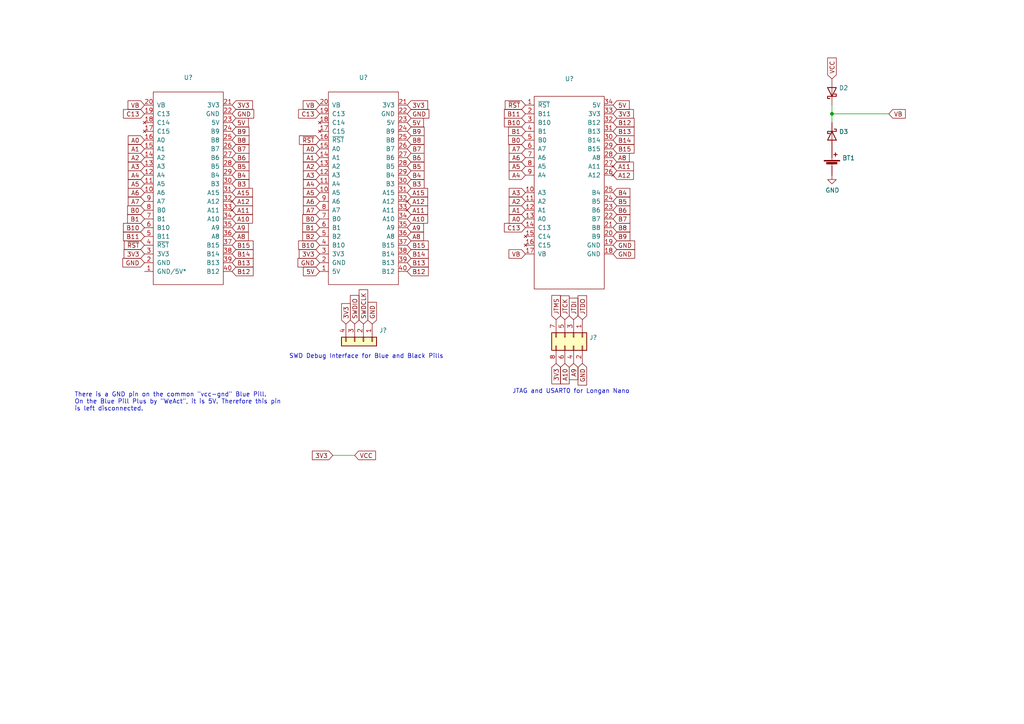
<source format=kicad_sch>
(kicad_sch (version 20211123) (generator eeschema)
  (paper "A4")
  (lib_symbols
    (symbol "Connector_Generic:Conn_01x04" (pin_names (offset 1.016) hide)
      (property "Reference" "J" (at 0 5.08 0))
      (property "Value" "Conn_01x04" (at 0 -7.62 0))
      (symbol "Conn_01x04_1_1"
        (rectangle (start -1.27 -4.953) (end 0 -5.207) (stroke (width 0.1524)))
        (rectangle (start -1.27 -2.413) (end 0 -2.667) (stroke (width 0.1524)))
        (rectangle (start -1.27 0.127) (end 0 -0.127) (stroke (width 0.1524)))
        (rectangle (start -1.27 2.667) (end 0 2.413) (stroke (width 0.1524)))
        (rectangle (start -1.27 3.81) (end 1.27 -6.35) (stroke (width 0.254)) (fill (type background)))
        (pin passive line (at -5.08 2.54 0) (length 3.81) (name "Pin_1") (number "1"))
        (pin passive line (at -5.08 0 0) (length 3.81) (name "Pin_2") (number "2"))
        (pin passive line (at -5.08 -2.54 0) (length 3.81) (name "Pin_3") (number "3"))
        (pin passive line (at -5.08 -5.08 0) (length 3.81) (name "Pin_4") (number "4"))
      )
    )
    (symbol "Connector_Generic:Conn_02x04_Odd_Even" (pin_names (offset 1.016) hide)
      (property "Reference" "J" (at 1.27 5.08 0))
      (property "Value" "Conn_02x04_Odd_Even" (at 1.27 -7.62 0))
      (symbol "Conn_02x04_Odd_Even_1_1"
        (rectangle (start -1.27 -4.953) (end 0 -5.207) (stroke (width 0.1524)))
        (rectangle (start -1.27 -2.413) (end 0 -2.667) (stroke (width 0.1524)))
        (rectangle (start -1.27 0.127) (end 0 -0.127) (stroke (width 0.1524)))
        (rectangle (start -1.27 2.667) (end 0 2.413) (stroke (width 0.1524)))
        (rectangle (start -1.27 3.81) (end 3.81 -6.35) (stroke (width 0.254)) (fill (type background)))
        (rectangle (start 3.81 -4.953) (end 2.54 -5.207) (stroke (width 0.1524)))
        (rectangle (start 3.81 -2.413) (end 2.54 -2.667) (stroke (width 0.1524)))
        (rectangle (start 3.81 0.127) (end 2.54 -0.127) (stroke (width 0.1524)))
        (rectangle (start 3.81 2.667) (end 2.54 2.413) (stroke (width 0.1524)))
        (pin passive line (at -5.08 2.54 0) (length 3.81) (name "Pin_1") (number "1"))
        (pin passive line (at 7.62 2.54 180) (length 3.81) (name "Pin_2") (number "2"))
        (pin passive line (at -5.08 0 0) (length 3.81) (name "Pin_3") (number "3"))
        (pin passive line (at 7.62 0 180) (length 3.81) (name "Pin_4") (number "4"))
        (pin passive line (at -5.08 -2.54 0) (length 3.81) (name "Pin_5") (number "5"))
        (pin passive line (at 7.62 -2.54 180) (length 3.81) (name "Pin_6") (number "6"))
        (pin passive line (at -5.08 -5.08 0) (length 3.81) (name "Pin_7") (number "7"))
        (pin passive line (at 7.62 -5.08 180) (length 3.81) (name "Pin_8") (number "8"))
      )
    )
    (symbol "Device:Battery_Cell" (pin_numbers hide) (pin_names (offset 0) hide)
      (property "Reference" "BT" (at 2.54 2.54 0))
      (property "Value" "Battery_Cell" (at 2.54 0 0))
      (symbol "Battery_Cell_0_1"
        (rectangle (start -2.286 1.778) (end 2.286 1.524) (fill (type outline)))
        (rectangle (start -1.5748 1.1938) (end 1.4732 0.6858) (fill (type outline)))
        (polyline (pts (xy 0 0.762) (xy 0 0)))
        (polyline (pts (xy 0 1.778) (xy 0 2.54)))
        (polyline (pts (xy 0.508 3.429) (xy 1.524 3.429)) (stroke (width 0.254)))
        (polyline (pts (xy 1.016 3.937) (xy 1.016 2.921)) (stroke (width 0.254)))
      )
      (symbol "Battery_Cell_1_1"
        (pin passive line (at 0 5.08 270) (length 2.54) (name "+") (number "1"))
        (pin passive line (at 0 -2.54 90) (length 2.54) (name "-") (number "2"))
      )
    )
    (symbol "Device:D_Schottky" (pin_numbers hide) (pin_names (offset 1.016) hide)
      (property "Reference" "D" (at 0 2.54 0))
      (property "Value" "D_Schottky" (at 0 -2.54 0))
      (symbol "D_Schottky_0_1"
        (polyline (pts (xy 1.27 0) (xy -1.27 0)))
        (polyline (pts (xy 1.27 1.27) (xy 1.27 -1.27) (xy -1.27 0) (xy 1.27 1.27)) (stroke (width 0.254)))
        (polyline (pts (xy -1.905 0.635) (xy -1.905 1.27) (xy -1.27 1.27) (xy -1.27 -1.27) (xy -0.635 -1.27) (xy -0.635 -0.635)) (stroke (width 0.254)))
      )
      (symbol "D_Schottky_1_1"
        (pin passive line (at -3.81 0 0) (length 2.54) (name "K") (number "1"))
        (pin passive line (at 3.81 0 180) (length 2.54) (name "A") (number "2"))
      )
    )
    (symbol "pmod_pills_baseboard-rescue:BlackPill-AvS_Boards" (pin_names (offset 1.016))
      (property "Reference" "U" (at 0 2.54 90))
      (property "Value" "BlackPill-AvS_Boards" (at 0 2.54 90))
      (symbol "BlackPill-AvS_Boards_0_1"
        (rectangle (start -11.43 -27.94) (end 8.89 27.94))
      )
      (symbol "BlackPill-AvS_Boards_1_1"
        (pin power_out line (at -13.97 -24.13 0) (length 2.54) (name "5V") (number "1"))
        (pin bidirectional line (at -13.97 -1.27 0) (length 2.54) (name "A5") (number "10"))
        (pin bidirectional line (at -13.97 1.27 0) (length 2.54) (name "A4") (number "11"))
        (pin bidirectional line (at -13.97 3.81 0) (length 2.54) (name "A3") (number "12"))
        (pin bidirectional line (at -13.97 6.35 0) (length 2.54) (name "A2") (number "13"))
        (pin bidirectional line (at -13.97 8.89 0) (length 2.54) (name "A1") (number "14"))
        (pin bidirectional line (at -13.97 11.43 0) (length 2.54) (name "A0") (number "15"))
        (pin input line (at -13.97 13.97 0) (length 2.54) (name "~{RST}") (number "16"))
        (pin no_connect line (at -13.97 16.51 0) (length 2.54) (name "C15") (number "17"))
        (pin no_connect line (at -13.97 19.05 0) (length 2.54) (name "C14") (number "18"))
        (pin bidirectional line (at -13.97 21.59 0) (length 2.54) (name "C13") (number "19"))
        (pin power_out line (at -13.97 -21.59 0) (length 2.54) (name "GND") (number "2"))
        (pin power_in line (at -13.97 24.13 0) (length 2.54) (name "VB") (number "20"))
        (pin power_out line (at 11.43 24.13 180) (length 2.54) (name "3V3") (number "21"))
        (pin power_out line (at 11.43 21.59 180) (length 2.54) (name "GND") (number "22"))
        (pin power_out line (at 11.43 19.05 180) (length 2.54) (name "5V") (number "23"))
        (pin bidirectional line (at 11.43 16.51 180) (length 2.54) (name "B9") (number "24"))
        (pin bidirectional line (at 11.43 13.97 180) (length 2.54) (name "B8") (number "25"))
        (pin bidirectional line (at 11.43 11.43 180) (length 2.54) (name "B7") (number "26"))
        (pin bidirectional line (at 11.43 8.89 180) (length 2.54) (name "B6") (number "27"))
        (pin bidirectional line (at 11.43 6.35 180) (length 2.54) (name "B5") (number "28"))
        (pin bidirectional line (at 11.43 3.81 180) (length 2.54) (name "B4") (number "29"))
        (pin power_out line (at -13.97 -19.05 0) (length 2.54) (name "3V3") (number "3"))
        (pin bidirectional line (at 11.43 1.27 180) (length 2.54) (name "B3") (number "30"))
        (pin bidirectional line (at 11.43 -1.27 180) (length 2.54) (name "A15") (number "31"))
        (pin no_connect line (at 11.43 -3.81 180) (length 2.54) (name "A12") (number "32"))
        (pin no_connect line (at 11.43 -6.35 180) (length 2.54) (name "A11") (number "33"))
        (pin bidirectional line (at 11.43 -8.89 180) (length 2.54) (name "A10") (number "34"))
        (pin bidirectional line (at 11.43 -11.43 180) (length 2.54) (name "A9") (number "35"))
        (pin bidirectional line (at 11.43 -13.97 180) (length 2.54) (name "A8") (number "36"))
        (pin bidirectional line (at 11.43 -16.51 180) (length 2.54) (name "B15") (number "37"))
        (pin bidirectional line (at 11.43 -19.05 180) (length 2.54) (name "B14") (number "38"))
        (pin bidirectional line (at 11.43 -21.59 180) (length 2.54) (name "B13") (number "39"))
        (pin bidirectional line (at -13.97 -16.51 0) (length 2.54) (name "B10") (number "4"))
        (pin bidirectional line (at 11.43 -24.13 180) (length 2.54) (name "B12") (number "40"))
        (pin bidirectional line (at -13.97 -13.97 0) (length 2.54) (name "B2") (number "5"))
        (pin bidirectional line (at -13.97 -11.43 0) (length 2.54) (name "B1") (number "6"))
        (pin bidirectional line (at -13.97 -8.89 0) (length 2.54) (name "B0") (number "7"))
        (pin bidirectional line (at -13.97 -6.35 0) (length 2.54) (name "A7") (number "8"))
        (pin bidirectional line (at -13.97 -3.81 0) (length 2.54) (name "A6") (number "9"))
      )
    )
    (symbol "pmod_pills_baseboard-rescue:BluePill-AvS_Boards" (pin_names (offset 1.016))
      (property "Reference" "U" (at 0 2.54 90))
      (property "Value" "BluePill-AvS_Boards" (at 0 2.54 90))
      (symbol "BluePill-AvS_Boards_0_1"
        (rectangle (start -11.43 -27.94) (end 8.89 27.94))
      )
      (symbol "BluePill-AvS_Boards_1_1"
        (pin power_out line (at -13.97 -24.13 0) (length 2.54) (name "GND/5V*") (number "1"))
        (pin bidirectional line (at -13.97 -1.27 0) (length 2.54) (name "A6") (number "10"))
        (pin bidirectional line (at -13.97 1.27 0) (length 2.54) (name "A5") (number "11"))
        (pin bidirectional line (at -13.97 3.81 0) (length 2.54) (name "A4") (number "12"))
        (pin bidirectional line (at -13.97 6.35 0) (length 2.54) (name "A3") (number "13"))
        (pin bidirectional line (at -13.97 8.89 0) (length 2.54) (name "A2") (number "14"))
        (pin bidirectional line (at -13.97 11.43 0) (length 2.54) (name "A1") (number "15"))
        (pin bidirectional line (at -13.97 13.97 0) (length 2.54) (name "A0") (number "16"))
        (pin no_connect line (at -13.97 16.51 0) (length 2.54) (name "C15") (number "17"))
        (pin no_connect line (at -13.97 19.05 0) (length 2.54) (name "C14") (number "18"))
        (pin bidirectional line (at -13.97 21.59 0) (length 2.54) (name "C13") (number "19"))
        (pin power_out line (at -13.97 -21.59 0) (length 2.54) (name "GND") (number "2"))
        (pin power_in line (at -13.97 24.13 0) (length 2.54) (name "VB") (number "20"))
        (pin power_out line (at 11.43 24.13 180) (length 2.54) (name "3V3") (number "21"))
        (pin power_out line (at 11.43 21.59 180) (length 2.54) (name "GND") (number "22"))
        (pin power_out line (at 11.43 19.05 180) (length 2.54) (name "5V") (number "23"))
        (pin bidirectional line (at 11.43 16.51 180) (length 2.54) (name "B9") (number "24"))
        (pin bidirectional line (at 11.43 13.97 180) (length 2.54) (name "B8") (number "25"))
        (pin bidirectional line (at 11.43 11.43 180) (length 2.54) (name "B7") (number "26"))
        (pin bidirectional line (at 11.43 8.89 180) (length 2.54) (name "B6") (number "27"))
        (pin bidirectional line (at 11.43 6.35 180) (length 2.54) (name "B5") (number "28"))
        (pin bidirectional line (at 11.43 3.81 180) (length 2.54) (name "B4") (number "29"))
        (pin power_out line (at -13.97 -19.05 0) (length 2.54) (name "3V3") (number "3"))
        (pin bidirectional line (at 11.43 1.27 180) (length 2.54) (name "B3") (number "30"))
        (pin bidirectional line (at 11.43 -1.27 180) (length 2.54) (name "A15") (number "31"))
        (pin no_connect line (at 11.43 -3.81 180) (length 2.54) (name "A12") (number "32"))
        (pin no_connect line (at 11.43 -6.35 180) (length 2.54) (name "A11") (number "33"))
        (pin bidirectional line (at 11.43 -8.89 180) (length 2.54) (name "A10") (number "34"))
        (pin bidirectional line (at 11.43 -11.43 180) (length 2.54) (name "A9") (number "35"))
        (pin bidirectional line (at 11.43 -13.97 180) (length 2.54) (name "A8") (number "36"))
        (pin bidirectional line (at 11.43 -16.51 180) (length 2.54) (name "B15") (number "37"))
        (pin bidirectional line (at 11.43 -19.05 180) (length 2.54) (name "B14") (number "38"))
        (pin bidirectional line (at 11.43 -21.59 180) (length 2.54) (name "B13") (number "39"))
        (pin input line (at -13.97 -16.51 0) (length 2.54) (name "~{RST}") (number "4"))
        (pin bidirectional line (at 11.43 -24.13 180) (length 2.54) (name "B12") (number "40"))
        (pin bidirectional line (at -13.97 -13.97 0) (length 2.54) (name "B11") (number "5"))
        (pin bidirectional line (at -13.97 -11.43 0) (length 2.54) (name "B10") (number "6"))
        (pin bidirectional line (at -13.97 -8.89 0) (length 2.54) (name "B1") (number "7"))
        (pin bidirectional line (at -13.97 -6.35 0) (length 2.54) (name "B0") (number "8"))
        (pin bidirectional line (at -13.97 -3.81 0) (length 2.54) (name "A7") (number "9"))
      )
    )
    (symbol "pmod_pills_baseboard-rescue:LonganNano-AvS_Boards" (pin_names (offset 1.016))
      (property "Reference" "U" (at 0 2.54 90))
      (property "Value" "LonganNano-AvS_Boards" (at 0 2.54 90))
      (symbol "LonganNano-AvS_Boards_0_1"
        (rectangle (start -11.43 -27.94) (end 8.89 27.94))
      )
      (symbol "LonganNano-AvS_Boards_1_1"
        (pin input line (at -13.97 25.4 0) (length 2.54) (name "~{RST}") (number "1"))
        (pin bidirectional line (at -13.97 0 0) (length 2.54) (name "A3") (number "10"))
        (pin bidirectional line (at -13.97 -2.54 0) (length 2.54) (name "A2") (number "11"))
        (pin bidirectional line (at -13.97 -5.08 0) (length 2.54) (name "A1") (number "12"))
        (pin bidirectional line (at -13.97 -7.62 0) (length 2.54) (name "A0") (number "13"))
        (pin bidirectional line (at -13.97 -10.16 0) (length 2.54) (name "C13") (number "14"))
        (pin no_connect line (at -13.97 -12.7 0) (length 2.54) (name "C14") (number "15"))
        (pin no_connect line (at -13.97 -15.24 0) (length 2.54) (name "C15") (number "16"))
        (pin power_in line (at -13.97 -17.78 0) (length 2.54) (name "VB") (number "17"))
        (pin power_out line (at 11.43 -17.78 180) (length 2.54) (name "GND") (number "18"))
        (pin power_out line (at 11.43 -15.24 180) (length 2.54) (name "GND") (number "19"))
        (pin bidirectional line (at -13.97 22.86 0) (length 2.54) (name "B11") (number "2"))
        (pin bidirectional line (at 11.43 -12.7 180) (length 2.54) (name "B9") (number "20"))
        (pin bidirectional line (at 11.43 -10.16 180) (length 2.54) (name "B8") (number "21"))
        (pin bidirectional line (at 11.43 -7.62 180) (length 2.54) (name "B7") (number "22"))
        (pin bidirectional line (at 11.43 -5.08 180) (length 2.54) (name "B6") (number "23"))
        (pin bidirectional line (at 11.43 -2.54 180) (length 2.54) (name "B5") (number "24"))
        (pin bidirectional line (at 11.43 0 180) (length 2.54) (name "B4") (number "25"))
        (pin no_connect line (at 11.43 5.08 180) (length 2.54) (name "A12") (number "26"))
        (pin no_connect line (at 11.43 7.62 180) (length 2.54) (name "A11") (number "27"))
        (pin bidirectional line (at 11.43 10.16 180) (length 2.54) (name "A8") (number "28"))
        (pin bidirectional line (at 11.43 12.7 180) (length 2.54) (name "B15") (number "29"))
        (pin bidirectional line (at -13.97 20.32 0) (length 2.54) (name "B10") (number "3"))
        (pin bidirectional line (at 11.43 15.24 180) (length 2.54) (name "B14") (number "30"))
        (pin bidirectional line (at 11.43 17.78 180) (length 2.54) (name "B13") (number "31"))
        (pin bidirectional line (at 11.43 20.32 180) (length 2.54) (name "B12") (number "32"))
        (pin bidirectional line (at 11.43 22.86 180) (length 2.54) (name "3V3") (number "33"))
        (pin bidirectional line (at 11.43 25.4 180) (length 2.54) (name "5V") (number "34"))
        (pin bidirectional line (at -13.97 17.78 0) (length 2.54) (name "B1") (number "4"))
        (pin bidirectional line (at -13.97 15.24 0) (length 2.54) (name "B0") (number "5"))
        (pin bidirectional line (at -13.97 12.7 0) (length 2.54) (name "A7") (number "6"))
        (pin bidirectional line (at -13.97 10.16 0) (length 2.54) (name "A6") (number "7"))
        (pin bidirectional line (at -13.97 7.62 0) (length 2.54) (name "A5") (number "8"))
        (pin bidirectional line (at -13.97 5.08 0) (length 2.54) (name "A4") (number "9"))
      )
    )
    (symbol "power:GND" (power) (pin_names (offset 0))
      (property "Value" "GND" (at 0 -3.81 0))
      (symbol "GND_0_1"
        (polyline (pts (xy 0 0) (xy 0 -1.27) (xy 1.27 -1.27) (xy 0 -2.54) (xy -1.27 -1.27) (xy 0 -1.27)))
      )
      (symbol "GND_1_1"
        (pin power_in line (at 0 0 270) (length 0) hide (name "GND") (number "1"))
      )
    )
  )
  (junction (at 241.3 33.02))
  (wire (pts (xy 241.3 33.02) (xy 257.81 33.02)))
  (wire (pts (xy 241.3 35.56) (xy 241.3 33.02)))
  (wire (pts (xy 102.87 132.08) (xy 96.52 132.08)))
  (wire (pts (xy 241.3 33.02) (xy 241.3 30.48)))
  (text "SWD Debug Interface for Blue and Black Pills" (at 83.82 104.14 0) (effects (font (size 1.27 1.27)) (justify left bottom)))
  (text "There is a GND pin on the common \"vcc-gnd\" Blue Pill.\nOn the Blue Pill Plus by \"WeAct\", it is 5V. Therefore this pin\nis left disconnected." (at 21.59 119.38 0) (effects (font (size 1.27 1.27)) (justify left bottom)))
  (text "JTAG and USART0 for Longan Nano" (at 148.59 114.3 0) (effects (font (size 1.27 1.27)) (justify left bottom)))
  (global_label "VCC" (shape input) (at 241.3 22.86 90) (property "Intersheet-verwijzingen" "${INTERSHEET_REFS}" (effects hide)))
  (global_label "B15" (shape input) (at 177.8 43.18 0) (property "Intersheet-verwijzingen" "${INTERSHEET_REFS}" (effects hide)))
  (global_label "B12" (shape input) (at 67.31 78.74 0) (property "Intersheet-verwijzingen" "${INTERSHEET_REFS}" (effects hide)))
  (global_label "5V" (shape input) (at 118.11 35.56 0) (property "Intersheet-verwijzingen" "${INTERSHEET_REFS}" (effects hide)))
  (global_label "A11" (shape input) (at 177.8 48.26 0) (property "Intersheet-verwijzingen" "${INTERSHEET_REFS}" (effects hide)))
  (global_label "JTDO" (shape input) (at 168.91 92.71 90) (property "Intersheet-verwijzingen" "${INTERSHEET_REFS}" (effects hide)))
  (global_label "A7" (shape input) (at 152.4 43.18 180) (property "Intersheet-verwijzingen" "${INTERSHEET_REFS}" (effects hide)))
  (global_label "A5" (shape input) (at 41.91 53.34 180) (property "Intersheet-verwijzingen" "${INTERSHEET_REFS}" (effects hide)))
  (global_label "A4" (shape input) (at 41.91 50.8 180) (property "Intersheet-verwijzingen" "${INTERSHEET_REFS}" (effects hide)))
  (global_label "A1" (shape input) (at 152.4 60.96 180) (property "Intersheet-verwijzingen" "${INTERSHEET_REFS}" (effects hide)))
  (global_label "A15" (shape input) (at 118.11 55.88 0) (property "Intersheet-verwijzingen" "${INTERSHEET_REFS}" (effects hide)))
  (global_label "B6" (shape input) (at 67.31 45.72 0) (property "Intersheet-verwijzingen" "${INTERSHEET_REFS}" (effects hide)))
  (global_label "B14" (shape input) (at 67.31 73.66 0) (property "Intersheet-verwijzingen" "${INTERSHEET_REFS}" (effects hide)))
  (global_label "A3" (shape input) (at 92.71 50.8 180) (property "Intersheet-verwijzingen" "${INTERSHEET_REFS}" (effects hide)))
  (global_label "A4" (shape input) (at 152.4 50.8 180) (property "Intersheet-verwijzingen" "${INTERSHEET_REFS}" (effects hide)))
  (global_label "GND" (shape input) (at 177.8 71.12 0) (property "Intersheet-verwijzingen" "${INTERSHEET_REFS}" (effects hide)))
  (global_label "VB" (shape input) (at 152.4 73.66 180) (property "Intersheet-verwijzingen" "${INTERSHEET_REFS}" (effects hide)))
  (global_label "B12" (shape input) (at 118.11 78.74 0) (property "Intersheet-verwijzingen" "${INTERSHEET_REFS}" (effects hide)))
  (global_label "B5" (shape input) (at 67.31 48.26 0) (property "Intersheet-verwijzingen" "${INTERSHEET_REFS}" (effects hide)))
  (global_label "A8" (shape input) (at 67.31 68.58 0) (property "Intersheet-verwijzingen" "${INTERSHEET_REFS}" (effects hide)))
  (global_label "B0" (shape input) (at 41.91 60.96 180) (property "Intersheet-verwijzingen" "${INTERSHEET_REFS}" (effects hide)))
  (global_label "A0" (shape input) (at 41.91 40.64 180) (property "Intersheet-verwijzingen" "${INTERSHEET_REFS}" (effects hide)))
  (global_label "3V3" (shape input) (at 92.71 73.66 180) (property "Intersheet-verwijzingen" "${INTERSHEET_REFS}" (effects hide)))
  (global_label "A2" (shape input) (at 41.91 45.72 180) (property "Intersheet-verwijzingen" "${INTERSHEET_REFS}" (effects hide)))
  (global_label "B10" (shape input) (at 41.91 66.04 180) (property "Intersheet-verwijzingen" "${INTERSHEET_REFS}" (effects hide)))
  (global_label "A5" (shape input) (at 152.4 48.26 180) (property "Intersheet-verwijzingen" "${INTERSHEET_REFS}" (effects hide)))
  (global_label "B9" (shape input) (at 118.11 38.1 0) (property "Intersheet-verwijzingen" "${INTERSHEET_REFS}" (effects hide)))
  (global_label "B6" (shape input) (at 118.11 45.72 0) (property "Intersheet-verwijzingen" "${INTERSHEET_REFS}" (effects hide)))
  (global_label "B10" (shape input) (at 92.71 71.12 180) (property "Intersheet-verwijzingen" "${INTERSHEET_REFS}" (effects hide)))
  (global_label "A12" (shape input) (at 177.8 50.8 0) (property "Intersheet-verwijzingen" "${INTERSHEET_REFS}" (effects hide)))
  (global_label "C13" (shape input) (at 152.4 66.04 180) (property "Intersheet-verwijzingen" "${INTERSHEET_REFS}" (effects hide)))
  (global_label "GND" (shape input) (at 41.91 76.2 180) (property "Intersheet-verwijzingen" "${INTERSHEET_REFS}" (effects hide)))
  (global_label "B11" (shape input) (at 41.91 68.58 180) (property "Intersheet-verwijzingen" "${INTERSHEET_REFS}" (effects hide)))
  (global_label "5V" (shape input) (at 67.31 35.56 0) (property "Intersheet-verwijzingen" "${INTERSHEET_REFS}" (effects hide)))
  (global_label "C13" (shape input) (at 92.71 33.02 180) (property "Intersheet-verwijzingen" "${INTERSHEET_REFS}" (effects hide)))
  (global_label "A9" (shape input) (at 118.11 66.04 0) (property "Intersheet-verwijzingen" "${INTERSHEET_REFS}" (effects hide)))
  (global_label "B8" (shape input) (at 67.31 40.64 0) (property "Intersheet-verwijzingen" "${INTERSHEET_REFS}" (effects hide)))
  (global_label "A15" (shape input) (at 67.31 55.88 0) (property "Intersheet-verwijzingen" "${INTERSHEET_REFS}" (effects hide)))
  (global_label "A0" (shape input) (at 152.4 63.5 180) (property "Intersheet-verwijzingen" "${INTERSHEET_REFS}" (effects hide)))
  (global_label "B7" (shape input) (at 118.11 43.18 0) (property "Intersheet-verwijzingen" "${INTERSHEET_REFS}" (effects hide)))
  (global_label "B4" (shape input) (at 118.11 50.8 0) (property "Intersheet-verwijzingen" "${INTERSHEET_REFS}" (effects hide)))
  (global_label "A12" (shape input) (at 67.31 58.42 0) (property "Intersheet-verwijzingen" "${INTERSHEET_REFS}" (effects hide)))
  (global_label "3V3" (shape input) (at 118.11 30.48 0) (property "Intersheet-verwijzingen" "${INTERSHEET_REFS}" (effects hide)))
  (global_label "A10" (shape input) (at 118.11 63.5 0) (property "Intersheet-verwijzingen" "${INTERSHEET_REFS}" (effects hide)))
  (global_label "B4" (shape input) (at 177.8 55.88 0) (property "Intersheet-verwijzingen" "${INTERSHEET_REFS}" (effects hide)))
  (global_label "B9" (shape input) (at 67.31 38.1 0) (property "Intersheet-verwijzingen" "${INTERSHEET_REFS}" (effects hide)))
  (global_label "A10" (shape input) (at 67.31 63.5 0) (property "Intersheet-verwijzingen" "${INTERSHEET_REFS}" (effects hide)))
  (global_label "B13" (shape input) (at 177.8 38.1 0) (property "Intersheet-verwijzingen" "${INTERSHEET_REFS}" (effects hide)))
  (global_label "GND" (shape input) (at 107.95 93.98 90) (property "Intersheet-verwijzingen" "${INTERSHEET_REFS}" (effects hide)))
  (global_label "B2" (shape input) (at 92.71 68.58 180) (property "Intersheet-verwijzingen" "${INTERSHEET_REFS}" (effects hide)))
  (global_label "B7" (shape input) (at 67.31 43.18 0) (property "Intersheet-verwijzingen" "${INTERSHEET_REFS}" (effects hide)))
  (global_label "A1" (shape input) (at 41.91 43.18 180) (property "Intersheet-verwijzingen" "${INTERSHEET_REFS}" (effects hide)))
  (global_label "VCC" (shape input) (at 102.87 132.08 0) (property "Intersheet-verwijzingen" "${INTERSHEET_REFS}" (effects hide)))
  (global_label "B1" (shape input) (at 41.91 63.5 180) (property "Intersheet-verwijzingen" "${INTERSHEET_REFS}" (effects hide)))
  (global_label "~{RST}" (shape input) (at 152.4 30.48 180) (property "Intersheet-verwijzingen" "${INTERSHEET_REFS}" (effects hide)))
  (global_label "VB" (shape input) (at 41.91 30.48 180) (property "Intersheet-verwijzingen" "${INTERSHEET_REFS}" (effects hide)))
  (global_label "B6" (shape input) (at 177.8 60.96 0) (property "Intersheet-verwijzingen" "${INTERSHEET_REFS}" (effects hide)))
  (global_label "A6" (shape input) (at 92.71 58.42 180) (property "Intersheet-verwijzingen" "${INTERSHEET_REFS}" (effects hide)))
  (global_label "A3" (shape input) (at 152.4 55.88 180) (property "Intersheet-verwijzingen" "${INTERSHEET_REFS}" (effects hide)))
  (global_label "B5" (shape input) (at 118.11 48.26 0) (property "Intersheet-verwijzingen" "${INTERSHEET_REFS}" (effects hide)))
  (global_label "A8" (shape input) (at 118.11 68.58 0) (property "Intersheet-verwijzingen" "${INTERSHEET_REFS}" (effects hide)))
  (global_label "3V3" (shape input) (at 177.8 33.02 0) (property "Intersheet-verwijzingen" "${INTERSHEET_REFS}" (effects hide)))
  (global_label "B15" (shape input) (at 118.11 71.12 0) (property "Intersheet-verwijzingen" "${INTERSHEET_REFS}" (effects hide)))
  (global_label "B13" (shape input) (at 67.31 76.2 0) (property "Intersheet-verwijzingen" "${INTERSHEET_REFS}" (effects hide)))
  (global_label "B3" (shape input) (at 67.31 53.34 0) (property "Intersheet-verwijzingen" "${INTERSHEET_REFS}" (effects hide)))
  (global_label "3V3" (shape input) (at 161.29 105.41 270) (property "Intersheet-verwijzingen" "${INTERSHEET_REFS}" (effects hide)))
  (global_label "GND" (shape input) (at 168.91 105.41 270) (property "Intersheet-verwijzingen" "${INTERSHEET_REFS}" (effects hide)))
  (global_label "A7" (shape input) (at 92.71 60.96 180) (property "Intersheet-verwijzingen" "${INTERSHEET_REFS}" (effects hide)))
  (global_label "A2" (shape input) (at 92.71 48.26 180) (property "Intersheet-verwijzingen" "${INTERSHEET_REFS}" (effects hide)))
  (global_label "SWDIO" (shape input) (at 102.87 93.98 90) (property "Intersheet-verwijzingen" "${INTERSHEET_REFS}" (effects hide)))
  (global_label "B9" (shape input) (at 177.8 68.58 0) (property "Intersheet-verwijzingen" "${INTERSHEET_REFS}" (effects hide)))
  (global_label "~{RST}" (shape input) (at 92.71 40.64 180) (property "Intersheet-verwijzingen" "${INTERSHEET_REFS}" (effects hide)))
  (global_label "A5" (shape input) (at 92.71 55.88 180) (property "Intersheet-verwijzingen" "${INTERSHEET_REFS}" (effects hide)))
  (global_label "B14" (shape input) (at 177.8 40.64 0) (property "Intersheet-verwijzingen" "${INTERSHEET_REFS}" (effects hide)))
  (global_label "3V3" (shape input) (at 100.33 93.98 90) (property "Intersheet-verwijzingen" "${INTERSHEET_REFS}" (effects hide)))
  (global_label "B4" (shape input) (at 67.31 50.8 0) (property "Intersheet-verwijzingen" "${INTERSHEET_REFS}" (effects hide)))
  (global_label "GND" (shape input) (at 92.71 76.2 180) (property "Intersheet-verwijzingen" "${INTERSHEET_REFS}" (effects hide)))
  (global_label "A8" (shape input) (at 177.8 45.72 0) (property "Intersheet-verwijzingen" "${INTERSHEET_REFS}" (effects hide)))
  (global_label "B1" (shape input) (at 92.71 66.04 180) (property "Intersheet-verwijzingen" "${INTERSHEET_REFS}" (effects hide)))
  (global_label "B3" (shape input) (at 118.11 53.34 0) (property "Intersheet-verwijzingen" "${INTERSHEET_REFS}" (effects hide)))
  (global_label "B13" (shape input) (at 118.11 76.2 0) (property "Intersheet-verwijzingen" "${INTERSHEET_REFS}" (effects hide)))
  (global_label "VB" (shape input) (at 257.81 33.02 0) (property "Intersheet-verwijzingen" "${INTERSHEET_REFS}" (effects hide)))
  (global_label "JTMS" (shape input) (at 161.29 92.71 90) (property "Intersheet-verwijzingen" "${INTERSHEET_REFS}" (effects hide)))
  (global_label "5V" (shape input) (at 92.71 78.74 180) (property "Intersheet-verwijzingen" "${INTERSHEET_REFS}" (effects hide)))
  (global_label "B0" (shape input) (at 152.4 40.64 180) (property "Intersheet-verwijzingen" "${INTERSHEET_REFS}" (effects hide)))
  (global_label "GND" (shape input) (at 177.8 73.66 0) (property "Intersheet-verwijzingen" "${INTERSHEET_REFS}" (effects hide)))
  (global_label "B10" (shape input) (at 152.4 35.56 180) (property "Intersheet-verwijzingen" "${INTERSHEET_REFS}" (effects hide)))
  (global_label "A10" (shape input) (at 163.83 105.41 270) (property "Intersheet-verwijzingen" "${INTERSHEET_REFS}" (effects hide)))
  (global_label "A1" (shape input) (at 92.71 45.72 180) (property "Intersheet-verwijzingen" "${INTERSHEET_REFS}" (effects hide)))
  (global_label "B11" (shape input) (at 152.4 33.02 180) (property "Intersheet-verwijzingen" "${INTERSHEET_REFS}" (effects hide)))
  (global_label "A12" (shape input) (at 118.11 58.42 0) (property "Intersheet-verwijzingen" "${INTERSHEET_REFS}" (effects hide)))
  (global_label "JTCK" (shape input) (at 163.83 92.71 90) (property "Intersheet-verwijzingen" "${INTERSHEET_REFS}" (effects hide)))
  (global_label "B1" (shape input) (at 152.4 38.1 180) (property "Intersheet-verwijzingen" "${INTERSHEET_REFS}" (effects hide)))
  (global_label "GND" (shape input) (at 118.11 33.02 0) (property "Intersheet-verwijzingen" "${INTERSHEET_REFS}" (effects hide)))
  (global_label "A4" (shape input) (at 92.71 53.34 180) (property "Intersheet-verwijzingen" "${INTERSHEET_REFS}" (effects hide)))
  (global_label "VB" (shape input) (at 92.71 30.48 180) (property "Intersheet-verwijzingen" "${INTERSHEET_REFS}" (effects hide)))
  (global_label "3V3" (shape input) (at 67.31 30.48 0) (property "Intersheet-verwijzingen" "${INTERSHEET_REFS}" (effects hide)))
  (global_label "B8" (shape input) (at 177.8 66.04 0) (property "Intersheet-verwijzingen" "${INTERSHEET_REFS}" (effects hide)))
  (global_label "A9" (shape input) (at 67.31 66.04 0) (property "Intersheet-verwijzingen" "${INTERSHEET_REFS}" (effects hide)))
  (global_label "A6" (shape input) (at 41.91 55.88 180) (property "Intersheet-verwijzingen" "${INTERSHEET_REFS}" (effects hide)))
  (global_label "5V" (shape input) (at 177.8 30.48 0) (property "Intersheet-verwijzingen" "${INTERSHEET_REFS}" (effects hide)))
  (global_label "3V3" (shape input) (at 41.91 73.66 180) (property "Intersheet-verwijzingen" "${INTERSHEET_REFS}" (effects hide)))
  (global_label "A7" (shape input) (at 41.91 58.42 180) (property "Intersheet-verwijzingen" "${INTERSHEET_REFS}" (effects hide)))
  (global_label "SWDCLK" (shape input) (at 105.41 93.98 90) (property "Intersheet-verwijzingen" "${INTERSHEET_REFS}" (effects hide)))
  (global_label "C13" (shape input) (at 41.91 33.02 180) (property "Intersheet-verwijzingen" "${INTERSHEET_REFS}" (effects hide)))
  (global_label "B14" (shape input) (at 118.11 73.66 0) (property "Intersheet-verwijzingen" "${INTERSHEET_REFS}" (effects hide)))
  (global_label "JTDI" (shape input) (at 166.37 92.71 90) (property "Intersheet-verwijzingen" "${INTERSHEET_REFS}" (effects hide)))
  (global_label "~{RST}" (shape input) (at 41.91 71.12 180) (property "Intersheet-verwijzingen" "${INTERSHEET_REFS}" (effects hide)))
  (global_label "A11" (shape input) (at 118.11 60.96 0) (property "Intersheet-verwijzingen" "${INTERSHEET_REFS}" (effects hide)))
  (global_label "A11" (shape input) (at 67.31 60.96 0) (property "Intersheet-verwijzingen" "${INTERSHEET_REFS}" (effects hide)))
  (global_label "A2" (shape input) (at 152.4 58.42 180) (property "Intersheet-verwijzingen" "${INTERSHEET_REFS}" (effects hide)))
  (global_label "B5" (shape input) (at 177.8 58.42 0) (property "Intersheet-verwijzingen" "${INTERSHEET_REFS}" (effects hide)))
  (global_label "B7" (shape input) (at 177.8 63.5 0) (property "Intersheet-verwijzingen" "${INTERSHEET_REFS}" (effects hide)))
  (global_label "A0" (shape input) (at 92.71 43.18 180) (property "Intersheet-verwijzingen" "${INTERSHEET_REFS}" (effects hide)))
  (global_label "B0" (shape input) (at 92.71 63.5 180) (property "Intersheet-verwijzingen" "${INTERSHEET_REFS}" (effects hide)))
  (global_label "B8" (shape input) (at 118.11 40.64 0) (property "Intersheet-verwijzingen" "${INTERSHEET_REFS}" (effects hide)))
  (global_label "A6" (shape input) (at 152.4 45.72 180) (property "Intersheet-verwijzingen" "${INTERSHEET_REFS}" (effects hide)))
  (global_label "GND" (shape input) (at 67.31 33.02 0) (property "Intersheet-verwijzingen" "${INTERSHEET_REFS}" (effects hide)))
  (global_label "B15" (shape input) (at 67.31 71.12 0) (property "Intersheet-verwijzingen" "${INTERSHEET_REFS}" (effects hide)))
  (global_label "A9" (shape input) (at 166.37 105.41 270) (property "Intersheet-verwijzingen" "${INTERSHEET_REFS}" (effects hide)))
  (global_label "B12" (shape input) (at 177.8 35.56 0) (property "Intersheet-verwijzingen" "${INTERSHEET_REFS}" (effects hide)))
  (global_label "3V3" (shape input) (at 96.52 132.08 180) (property "Intersheet-verwijzingen" "${INTERSHEET_REFS}" (effects hide)))
  (global_label "A3" (shape input) (at 41.91 48.26 180) (property "Intersheet-verwijzingen" "${INTERSHEET_REFS}" (effects hide)))
  (symbol (lib_id "pmod_pills_baseboard-rescue:BluePill-AvS_Boards") (at 55.88 54.61 0) (unit 1)
    (property "Reference" "U?" (at 54.61 22.479 0))
  )
  (symbol (lib_id "pmod_pills_baseboard-rescue:BlackPill-AvS_Boards") (at 106.68 54.61 0) (unit 1)
    (property "Reference" "U?" (at 105.41 22.479 0))
  )
  (symbol (lib_id "pmod_pills_baseboard-rescue:LonganNano-AvS_Boards") (at 166.37 55.88 0) (unit 1)
    (property "Reference" "U?" (at 163.83 22.86 0) (effects (justify left)))
  )
  (symbol (lib_id "Connector_Generic:Conn_02x04_Odd_Even") (at 166.37 97.79 270) (unit 1)
    (property "Reference" "J?" (at 170.942 97.8916 90) (effects (justify left)))
  )
  (symbol (lib_id "Connector_Generic:Conn_01x04") (at 105.41 99.06 270) (unit 1)
    (property "Reference" "J?" (at 109.982 95.8088 90) (effects (justify left)))
  )
  (symbol (lib_id "Device:Battery_Cell") (at 241.3 48.26 0) (unit 1)
    (property "Reference" "BT1" (at 244.2972 45.8216 0) (effects (justify left)))
  )
  (symbol (lib_id "power:GND") (at 241.3 50.8 0) (unit 1)
    (property "Reference" "#PWR0102" (effects hide))
  )
  (symbol (lib_id "Device:D_Schottky") (at 241.3 39.37 270) (unit 1)
    (property "Reference" "D3" (at 243.332 38.2016 90) (effects (justify left)))
  )
  (symbol (lib_id "Device:D_Schottky") (at 241.3 26.67 90) (unit 1)
    (property "Reference" "D2" (at 243.332 25.5016 90) (effects (justify right)))
  )
)
</source>
